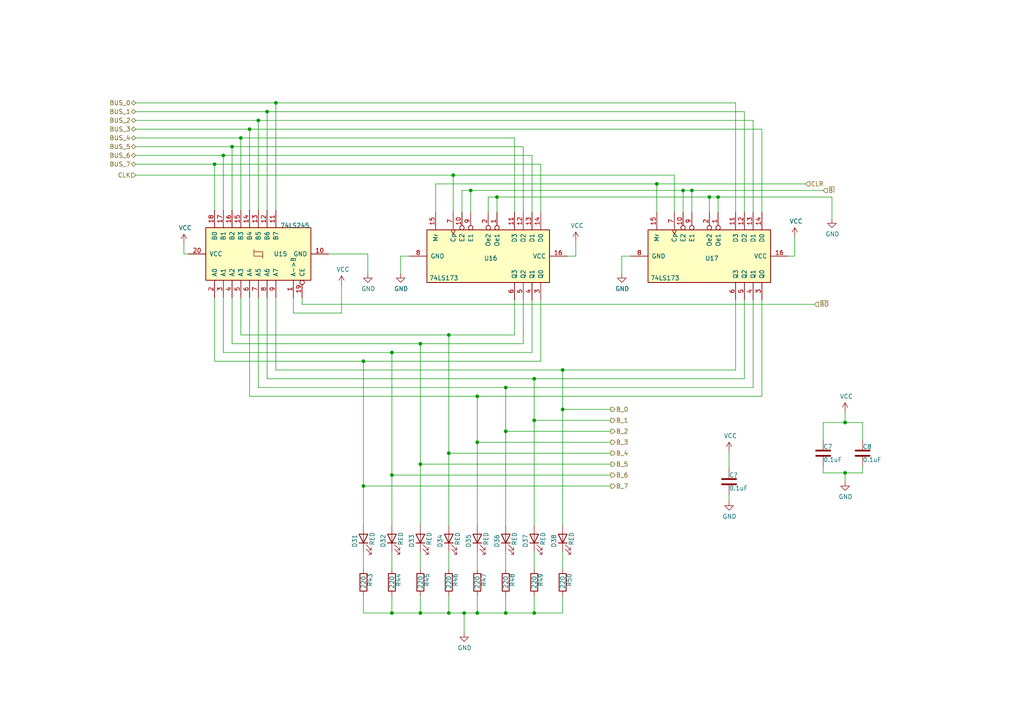
<source format=kicad_sch>
(kicad_sch (version 20230121) (generator eeschema)
  (paper "A4")
  (lib_symbols
    (symbol "74xx:74LS173" (pin_names (offset 1.016))
      (property "Reference" "U" (at -7.62 19.05 0))
      (property "Value" "74LS173" (at -7.62 -19.05 0))
      (symbol "74LS173_1_0"
        (pin input inverted (at -12.7 2.54 0) (length 5.08) (name "Oe1") (number "1"))
        (pin input inverted (at -12.7 -7.62 0) (length 5.08) (name "E2") (number "10"))
        (pin input line (at -12.7 7.62 0) (length 5.08) (name "D3") (number "11"))
        (pin input line (at -12.7 10.16 0) (length 5.08) (name "D2") (number "12"))
        (pin input line (at -12.7 12.7 0) (length 5.08) (name "D1") (number "13"))
        (pin input line (at -12.7 15.24 0) (length 5.08) (name "D0") (number "14"))
        (pin input line (at -12.7 -15.24 0) (length 5.08) (name "Mr") (number "15"))
        (pin power_in line (at 0 22.86 270) (length 5.08) (name "VCC") (number "16"))
        (pin input inverted (at -12.7 0 0) (length 5.08) (name "Oe2") (number "2"))
        (pin tri_state line (at 12.7 15.24 180) (length 5.08) (name "Q0") (number "3"))
        (pin tri_state line (at 12.7 12.7 180) (length 5.08) (name "Q1") (number "4"))
        (pin tri_state line (at 12.7 10.16 180) (length 5.08) (name "Q2") (number "5"))
        (pin tri_state line (at 12.7 7.62 180) (length 5.08) (name "Q3") (number "6"))
        (pin input clock (at -12.7 -10.16 0) (length 5.08) (name "Cp") (number "7"))
        (pin power_in line (at 0 -22.86 90) (length 5.08) (name "GND") (number "8"))
        (pin input inverted (at -12.7 -5.08 0) (length 5.08) (name "E1") (number "9"))
      )
      (symbol "74LS173_1_1"
        (rectangle (start -7.62 17.78) (end 7.62 -17.78) (stroke (width 0.254)) (fill (type background)))
      )
    )
    (symbol "74xx:74LS245" (pin_names (offset 1.016))
      (property "Reference" "U" (at -7.62 16.51 0))
      (property "Value" "74LS245" (at -7.62 -16.51 0))
      (symbol "74LS245_1_0"
        (polyline (pts (xy -0.635 -1.27) (xy -0.635 1.27) (xy 0.635 1.27)))
        (polyline (pts (xy -1.27 -1.27) (xy 0.635 -1.27) (xy 0.635 1.27) (xy 1.27 1.27)))
        (pin input line (at -12.7 -10.16 0) (length 5.08) (name "A->B") (number "1"))
        (pin power_in line (at 0 -20.32 90) (length 5.08) (name "GND") (number "10"))
        (pin tri_state line (at 12.7 -5.08 180) (length 5.08) (name "B7") (number "11"))
        (pin tri_state line (at 12.7 -2.54 180) (length 5.08) (name "B6") (number "12"))
        (pin tri_state line (at 12.7 0 180) (length 5.08) (name "B5") (number "13"))
        (pin tri_state line (at 12.7 2.54 180) (length 5.08) (name "B4") (number "14"))
        (pin tri_state line (at 12.7 5.08 180) (length 5.08) (name "B3") (number "15"))
        (pin tri_state line (at 12.7 7.62 180) (length 5.08) (name "B2") (number "16"))
        (pin tri_state line (at 12.7 10.16 180) (length 5.08) (name "B1") (number "17"))
        (pin tri_state line (at 12.7 12.7 180) (length 5.08) (name "B0") (number "18"))
        (pin input inverted (at -12.7 -12.7 0) (length 5.08) (name "CE") (number "19"))
        (pin tri_state line (at -12.7 12.7 0) (length 5.08) (name "A0") (number "2"))
        (pin power_in line (at 0 20.32 270) (length 5.08) (name "VCC") (number "20"))
        (pin tri_state line (at -12.7 10.16 0) (length 5.08) (name "A1") (number "3"))
        (pin tri_state line (at -12.7 7.62 0) (length 5.08) (name "A2") (number "4"))
        (pin tri_state line (at -12.7 5.08 0) (length 5.08) (name "A3") (number "5"))
        (pin tri_state line (at -12.7 2.54 0) (length 5.08) (name "A4") (number "6"))
        (pin tri_state line (at -12.7 0 0) (length 5.08) (name "A5") (number "7"))
        (pin tri_state line (at -12.7 -2.54 0) (length 5.08) (name "A6") (number "8"))
        (pin tri_state line (at -12.7 -5.08 0) (length 5.08) (name "A7") (number "9"))
      )
      (symbol "74LS245_1_1"
        (rectangle (start -7.62 15.24) (end 7.62 -15.24) (stroke (width 0.254)) (fill (type background)))
      )
    )
    (symbol "Device:C" (pin_numbers hide) (pin_names (offset 0.254))
      (property "Reference" "C" (at 0.635 2.54 0))
      (property "Value" "C" (at 0.635 -2.54 0))
      (symbol "C_0_1"
        (polyline (pts (xy -2.032 -0.762) (xy 2.032 -0.762)) (stroke (width 0.508)))
        (polyline (pts (xy -2.032 0.762) (xy 2.032 0.762)) (stroke (width 0.508)))
      )
      (symbol "C_1_1"
        (pin passive line (at 0 3.81 270) (length 2.794) (name "~") (number "1"))
        (pin passive line (at 0 -3.81 90) (length 2.794) (name "~") (number "2"))
      )
    )
    (symbol "Device:LED" (pin_numbers hide) (pin_names (offset 1.016) hide)
      (property "Reference" "D" (at 0 2.54 0))
      (property "Value" "LED" (at 0 -2.54 0))
      (symbol "LED_0_1"
        (polyline (pts (xy -1.27 -1.27) (xy -1.27 1.27)) (stroke (width 0.254)))
        (polyline (pts (xy -1.27 0) (xy 1.27 0)))
        (polyline (pts (xy 1.27 -1.27) (xy 1.27 1.27) (xy -1.27 0) (xy 1.27 -1.27)) (stroke (width 0.254)))
        (polyline (pts (xy -3.048 -0.762) (xy -4.572 -2.286) (xy -3.81 -2.286) (xy -4.572 -2.286) (xy -4.572 -1.524)))
        (polyline (pts (xy -1.778 -0.762) (xy -3.302 -2.286) (xy -2.54 -2.286) (xy -3.302 -2.286) (xy -3.302 -1.524)))
      )
      (symbol "LED_1_1"
        (pin passive line (at -3.81 0 0) (length 2.54) (name "K") (number "1"))
        (pin passive line (at 3.81 0 180) (length 2.54) (name "A") (number "2"))
      )
    )
    (symbol "Device:R" (pin_numbers hide) (pin_names (offset 0))
      (property "Reference" "R" (at 2.032 0 90))
      (property "Value" "R" (at 0 0 90))
      (symbol "R_0_1"
        (rectangle (start -1.016 -2.54) (end 1.016 2.54) (stroke (width 0.254)))
      )
      (symbol "R_1_1"
        (pin passive line (at 0 3.81 270) (length 1.27) (name "~") (number "1"))
        (pin passive line (at 0 -3.81 90) (length 1.27) (name "~") (number "2"))
      )
    )
    (symbol "power:GND" (power) (pin_names (offset 0))
      (property "Value" "GND" (at 0 -3.81 0))
      (symbol "GND_0_1"
        (polyline (pts (xy 0 0) (xy 0 -1.27) (xy 1.27 -1.27) (xy 0 -2.54) (xy -1.27 -1.27) (xy 0 -1.27)))
      )
      (symbol "GND_1_1"
        (pin power_in line (at 0 0 270) (length 0) hide (name "GND") (number "1"))
      )
    )
    (symbol "power:VCC" (power) (pin_names (offset 0))
      (property "Value" "VCC" (at 0 3.81 0))
      (symbol "VCC_0_1"
        (polyline (pts (xy -0.762 1.27) (xy 0 2.54)))
        (polyline (pts (xy 0 0) (xy 0 2.54)))
        (polyline (pts (xy 0 2.54) (xy 0.762 1.27)))
      )
      (symbol "VCC_1_1"
        (pin power_in line (at 0 0 90) (length 0) hide (name "VCC") (number "1"))
      )
    )
  )
  (junction (at 245.11 122.555))
  (junction (at 130.175 177.8))
  (junction (at 80.01 29.845))
  (junction (at 121.92 177.8))
  (junction (at 154.94 121.92))
  (junction (at 131.445 50.8))
  (junction (at 146.685 125.095))
  (junction (at 146.685 177.8))
  (junction (at 200.66 55.245))
  (junction (at 62.23 47.625))
  (junction (at 77.47 32.385))
  (junction (at 198.12 55.245))
  (junction (at 154.94 177.8))
  (junction (at 136.525 55.245))
  (junction (at 67.31 42.545))
  (junction (at 134.62 177.8))
  (junction (at 245.11 137.16))
  (junction (at 208.28 57.15))
  (junction (at 113.665 102.235))
  (junction (at 64.77 45.085))
  (junction (at 190.5 53.34))
  (junction (at 205.74 57.15))
  (junction (at 138.43 114.935))
  (junction (at 72.39 37.465))
  (junction (at 121.92 134.62))
  (junction (at 105.41 104.775))
  (junction (at 113.665 137.795))
  (junction (at 163.195 107.315))
  (junction (at 130.175 97.155))
  (junction (at 113.665 177.8))
  (junction (at 69.85 40.005))
  (junction (at 146.685 112.395))
  (junction (at 105.41 140.97))
  (junction (at 154.94 109.855))
  (junction (at 138.43 128.27))
  (junction (at 144.145 57.15))
  (junction (at 138.43 177.8))
  (junction (at 121.92 99.695))
  (junction (at 163.195 118.745))
  (junction (at 74.93 34.925))
  (junction (at 130.175 131.445))
  (wire (pts (xy 211.455 135.89) (xy 211.455 130.81)))
  (wire (pts (xy 138.43 160.02) (xy 138.43 165.1)))
  (wire (pts (xy 154.94 160.02) (xy 154.94 165.1)))
  (wire (pts (xy 105.41 140.97) (xy 177.165 140.97)))
  (wire (pts (xy 67.31 42.545) (xy 67.31 60.96)))
  (wire (pts (xy 77.47 86.36) (xy 77.47 109.855)))
  (wire (pts (xy 163.195 160.02) (xy 163.195 165.1)))
  (wire (pts (xy 80.01 107.315) (xy 163.195 107.315)))
  (wire (pts (xy 74.93 34.925) (xy 218.44 34.925)))
  (wire (pts (xy 77.47 32.385) (xy 215.9 32.385)))
  (wire (pts (xy 136.525 55.245) (xy 136.525 61.595)))
  (wire (pts (xy 121.92 99.695) (xy 151.765 99.695)))
  (wire (pts (xy 146.685 160.02) (xy 146.685 165.1)))
  (wire (pts (xy 245.11 139.7) (xy 245.11 137.16)))
  (wire (pts (xy 146.685 112.395) (xy 146.685 125.095)))
  (wire (pts (xy 126.365 61.595) (xy 126.365 53.34)))
  (wire (pts (xy 113.665 172.72) (xy 113.665 177.8)))
  (wire (pts (xy 208.28 57.15) (xy 208.28 61.595)))
  (wire (pts (xy 241.3 57.15) (xy 241.3 63.5)))
  (wire (pts (xy 87.63 86.36) (xy 87.63 88.265)))
  (wire (pts (xy 80.01 60.96) (xy 80.01 29.845)))
  (wire (pts (xy 126.365 53.34) (xy 190.5 53.34)))
  (wire (pts (xy 138.43 114.935) (xy 220.98 114.935)))
  (wire (pts (xy 69.85 86.36) (xy 69.85 97.155)))
  (wire (pts (xy 64.77 45.085) (xy 64.77 60.96)))
  (wire (pts (xy 195.58 50.8) (xy 195.58 61.595)))
  (wire (pts (xy 121.92 99.695) (xy 121.92 134.62)))
  (wire (pts (xy 87.63 88.265) (xy 236.22 88.265)))
  (wire (pts (xy 238.76 135.255) (xy 238.76 137.16)))
  (wire (pts (xy 200.66 55.245) (xy 200.66 61.595)))
  (wire (pts (xy 154.94 109.855) (xy 215.9 109.855)))
  (wire (pts (xy 105.41 177.8) (xy 113.665 177.8)))
  (wire (pts (xy 67.31 42.545) (xy 151.765 42.545)))
  (wire (pts (xy 138.43 172.72) (xy 138.43 177.8)))
  (wire (pts (xy 141.605 57.15) (xy 144.145 57.15)))
  (wire (pts (xy 62.23 47.625) (xy 156.845 47.625)))
  (wire (pts (xy 64.77 45.085) (xy 154.305 45.085)))
  (wire (pts (xy 133.985 61.595) (xy 133.985 55.245)))
  (wire (pts (xy 154.305 45.085) (xy 154.305 61.595)))
  (wire (pts (xy 149.225 40.005) (xy 149.225 61.595)))
  (wire (pts (xy 198.12 55.245) (xy 200.66 55.245)))
  (wire (pts (xy 130.175 131.445) (xy 130.175 152.4)))
  (wire (pts (xy 69.85 97.155) (xy 130.175 97.155)))
  (wire (pts (xy 118.745 74.295) (xy 116.205 74.295)))
  (wire (pts (xy 121.92 134.62) (xy 121.92 152.4)))
  (wire (pts (xy 238.76 127.635) (xy 238.76 122.555)))
  (wire (pts (xy 177.165 125.095) (xy 146.685 125.095)))
  (wire (pts (xy 146.685 172.72) (xy 146.685 177.8)))
  (wire (pts (xy 154.305 102.235) (xy 154.305 86.995)))
  (wire (pts (xy 77.47 32.385) (xy 39.37 32.385)))
  (wire (pts (xy 130.175 172.72) (xy 130.175 177.8)))
  (wire (pts (xy 121.92 134.62) (xy 177.165 134.62)))
  (wire (pts (xy 95.25 73.66) (xy 106.68 73.66)))
  (wire (pts (xy 163.195 118.745) (xy 163.195 152.4)))
  (wire (pts (xy 64.77 86.36) (xy 64.77 102.235)))
  (wire (pts (xy 213.36 29.845) (xy 213.36 61.595)))
  (wire (pts (xy 121.92 172.72) (xy 121.92 177.8)))
  (wire (pts (xy 163.195 177.8) (xy 163.195 172.72)))
  (wire (pts (xy 53.34 70.485) (xy 53.34 73.66)))
  (wire (pts (xy 163.195 107.315) (xy 213.36 107.315)))
  (wire (pts (xy 39.37 37.465) (xy 72.39 37.465)))
  (wire (pts (xy 208.28 57.15) (xy 241.3 57.15)))
  (wire (pts (xy 72.39 37.465) (xy 220.98 37.465)))
  (wire (pts (xy 105.41 160.02) (xy 105.41 165.1)))
  (wire (pts (xy 39.37 50.8) (xy 131.445 50.8)))
  (wire (pts (xy 39.37 47.625) (xy 62.23 47.625)))
  (wire (pts (xy 138.43 114.935) (xy 138.43 128.27)))
  (wire (pts (xy 198.12 55.245) (xy 198.12 61.595)))
  (wire (pts (xy 130.175 160.02) (xy 130.175 165.1)))
  (wire (pts (xy 215.9 32.385) (xy 215.9 61.595)))
  (wire (pts (xy 77.47 32.385) (xy 77.47 60.96)))
  (wire (pts (xy 69.85 40.005) (xy 69.85 60.96)))
  (wire (pts (xy 134.62 177.8) (xy 134.62 183.515)))
  (wire (pts (xy 131.445 50.8) (xy 195.58 50.8)))
  (wire (pts (xy 72.39 37.465) (xy 72.39 60.96)))
  (wire (pts (xy 138.43 177.8) (xy 146.685 177.8)))
  (wire (pts (xy 113.665 102.235) (xy 154.305 102.235)))
  (wire (pts (xy 151.765 42.545) (xy 151.765 61.595)))
  (wire (pts (xy 64.77 102.235) (xy 113.665 102.235)))
  (wire (pts (xy 146.685 112.395) (xy 218.44 112.395)))
  (wire (pts (xy 230.505 74.295) (xy 228.6 74.295)))
  (wire (pts (xy 67.31 99.695) (xy 121.92 99.695)))
  (wire (pts (xy 220.98 114.935) (xy 220.98 86.995)))
  (wire (pts (xy 154.94 121.92) (xy 177.165 121.92)))
  (wire (pts (xy 200.66 55.245) (xy 238.76 55.245)))
  (wire (pts (xy 80.01 86.36) (xy 80.01 107.315)))
  (wire (pts (xy 138.43 128.27) (xy 138.43 152.4)))
  (wire (pts (xy 39.37 29.845) (xy 80.01 29.845)))
  (wire (pts (xy 62.23 86.36) (xy 62.23 104.775)))
  (wire (pts (xy 156.845 104.775) (xy 156.845 86.995)))
  (wire (pts (xy 154.94 109.855) (xy 154.94 121.92)))
  (wire (pts (xy 154.94 172.72) (xy 154.94 177.8)))
  (wire (pts (xy 156.845 47.625) (xy 156.845 61.595)))
  (wire (pts (xy 105.41 172.72) (xy 105.41 177.8)))
  (wire (pts (xy 105.41 140.97) (xy 105.41 152.4)))
  (wire (pts (xy 230.505 68.58) (xy 230.505 74.295)))
  (wire (pts (xy 39.37 34.925) (xy 74.93 34.925)))
  (wire (pts (xy 62.23 47.625) (xy 62.23 60.96)))
  (wire (pts (xy 213.36 107.315) (xy 213.36 86.995)))
  (wire (pts (xy 218.44 112.395) (xy 218.44 86.995)))
  (wire (pts (xy 154.94 177.8) (xy 163.195 177.8)))
  (wire (pts (xy 144.145 57.15) (xy 144.145 61.595)))
  (wire (pts (xy 238.76 137.16) (xy 245.11 137.16)))
  (wire (pts (xy 151.765 99.695) (xy 151.765 86.995)))
  (wire (pts (xy 163.195 107.315) (xy 163.195 118.745)))
  (wire (pts (xy 113.665 137.795) (xy 113.665 152.4)))
  (wire (pts (xy 250.19 122.555) (xy 245.11 122.555)))
  (wire (pts (xy 121.92 177.8) (xy 130.175 177.8)))
  (wire (pts (xy 130.175 97.155) (xy 149.225 97.155)))
  (wire (pts (xy 130.175 177.8) (xy 134.62 177.8)))
  (wire (pts (xy 131.445 50.8) (xy 131.445 61.595)))
  (wire (pts (xy 190.5 53.34) (xy 190.5 61.595)))
  (wire (pts (xy 85.09 86.36) (xy 85.09 90.805)))
  (wire (pts (xy 182.88 74.295) (xy 180.34 74.295)))
  (wire (pts (xy 190.5 53.34) (xy 233.68 53.34)))
  (wire (pts (xy 116.205 74.295) (xy 116.205 79.375)))
  (wire (pts (xy 136.525 55.245) (xy 198.12 55.245)))
  (wire (pts (xy 113.665 160.02) (xy 113.665 165.1)))
  (wire (pts (xy 245.11 137.16) (xy 250.19 137.16)))
  (wire (pts (xy 215.9 109.855) (xy 215.9 86.995)))
  (wire (pts (xy 39.37 45.085) (xy 64.77 45.085)))
  (wire (pts (xy 205.74 57.15) (xy 208.28 57.15)))
  (wire (pts (xy 74.93 60.96) (xy 74.93 34.925)))
  (wire (pts (xy 146.685 177.8) (xy 154.94 177.8)))
  (wire (pts (xy 130.175 97.155) (xy 130.175 131.445)))
  (wire (pts (xy 167.005 69.85) (xy 167.005 74.295)))
  (wire (pts (xy 133.985 55.245) (xy 136.525 55.245)))
  (wire (pts (xy 113.665 177.8) (xy 121.92 177.8)))
  (wire (pts (xy 62.23 104.775) (xy 105.41 104.775)))
  (wire (pts (xy 167.005 74.295) (xy 164.465 74.295)))
  (wire (pts (xy 39.37 40.005) (xy 69.85 40.005)))
  (wire (pts (xy 105.41 104.775) (xy 156.845 104.775)))
  (wire (pts (xy 180.34 74.295) (xy 180.34 79.375)))
  (wire (pts (xy 74.93 86.36) (xy 74.93 112.395)))
  (wire (pts (xy 218.44 34.925) (xy 218.44 61.595)))
  (wire (pts (xy 250.19 127.635) (xy 250.19 122.555)))
  (wire (pts (xy 134.62 177.8) (xy 138.43 177.8)))
  (wire (pts (xy 220.98 37.465) (xy 220.98 61.595)))
  (wire (pts (xy 77.47 109.855) (xy 154.94 109.855)))
  (wire (pts (xy 106.68 73.66) (xy 106.68 79.375)))
  (wire (pts (xy 99.06 90.805) (xy 99.06 82.55)))
  (wire (pts (xy 85.09 90.805) (xy 99.06 90.805)))
  (wire (pts (xy 69.85 40.005) (xy 149.225 40.005)))
  (wire (pts (xy 72.39 86.36) (xy 72.39 114.935)))
  (wire (pts (xy 113.665 102.235) (xy 113.665 137.795)))
  (wire (pts (xy 177.165 118.745) (xy 163.195 118.745)))
  (wire (pts (xy 154.94 121.92) (xy 154.94 152.4)))
  (wire (pts (xy 113.665 137.795) (xy 177.165 137.795)))
  (wire (pts (xy 141.605 61.595) (xy 141.605 57.15)))
  (wire (pts (xy 105.41 104.775) (xy 105.41 140.97)))
  (wire (pts (xy 144.145 57.15) (xy 205.74 57.15)))
  (wire (pts (xy 121.92 160.02) (xy 121.92 165.1)))
  (wire (pts (xy 238.76 122.555) (xy 245.11 122.555)))
  (wire (pts (xy 74.93 112.395) (xy 146.685 112.395)))
  (wire (pts (xy 177.165 128.27) (xy 138.43 128.27)))
  (wire (pts (xy 205.74 57.15) (xy 205.74 61.595)))
  (wire (pts (xy 211.455 143.51) (xy 211.455 145.415)))
  (wire (pts (xy 72.39 114.935) (xy 138.43 114.935)))
  (wire (pts (xy 149.225 97.155) (xy 149.225 86.995)))
  (wire (pts (xy 67.31 86.36) (xy 67.31 99.695)))
  (wire (pts (xy 39.37 42.545) (xy 67.31 42.545)))
  (wire (pts (xy 53.34 73.66) (xy 54.61 73.66)))
  (wire (pts (xy 245.11 119.38) (xy 245.11 122.555)))
  (wire (pts (xy 250.19 137.16) (xy 250.19 135.255)))
  (wire (pts (xy 130.175 131.445) (xy 177.165 131.445)))
  (wire (pts (xy 80.01 29.845) (xy 213.36 29.845)))
  (wire (pts (xy 146.685 125.095) (xy 146.685 152.4)))
  (hierarchical_label "BUS_4" (shape bidirectional) (at 39.37 40.005 180))
  (hierarchical_label "BUS_6" (shape bidirectional) (at 39.37 45.085 180))
  (hierarchical_label "BUS_5" (shape bidirectional) (at 39.37 42.545 180))
  (hierarchical_label "CLK" (shape input) (at 39.37 50.8 180))
  (hierarchical_label "BUS_3" (shape bidirectional) (at 39.37 37.465 180))
  (hierarchical_label "B_5" (shape output) (at 177.165 134.62 0))
  (hierarchical_label "BUS_7" (shape bidirectional) (at 39.37 47.625 180))
  (hierarchical_label "B_3" (shape output) (at 177.165 128.27 0))
  (hierarchical_label "~{BI}" (shape input) (at 238.76 55.245 0))
  (hierarchical_label "BUS_2" (shape bidirectional) (at 39.37 34.925 180))
  (hierarchical_label "CLR" (shape input) (at 233.68 53.34 0))
  (hierarchical_label "B_4" (shape output) (at 177.165 131.445 0))
  (hierarchical_label "BUS_1" (shape bidirectional) (at 39.37 32.385 180))
  (hierarchical_label "B_2" (shape output) (at 177.165 125.095 0))
  (hierarchical_label "B_6" (shape output) (at 177.165 137.795 0))
  (hierarchical_label "B_0" (shape output) (at 177.165 118.745 0))
  (hierarchical_label "BUS_0" (shape bidirectional) (at 39.37 29.845 180))
  (hierarchical_label "B_1" (shape output) (at 177.165 121.92 0))
  (hierarchical_label "B_7" (shape output) (at 177.165 140.97 0))
  (hierarchical_label "~{BO}" (shape input) (at 236.22 88.265 0))
  (symbol (lib_id "Device:C") (at 211.455 139.7 0) (unit 1)
    (property "Reference" "C?" (at 211.455 137.795 0) (effects (justify left)))
    (property "Value" "0.1uF" (at 211.455 141.605 0) (effects (justify left)))
    (property "Footprint" "Capacitor_THT:C_Disc_D4.3mm_W1.9mm_P5.00mm" (effects hide))
    (instances (project "8 Bit Computer" (path "" (reference "C?") (unit 1)) (path "" (reference "C?") (unit 1)) (path "" (reference "C34") (unit 1))))
  )
  (symbol (lib_id "power:VCC") (at 211.455 130.81 0) (unit 1)
    (property "Reference" "#PWR?" (effects hide))
    (property "Value" "VCC" (at 211.836 126.4158 0))
    (instances (project "8 Bit Computer" (path "" (reference "#PWR?") (unit 1)) (path "" (reference "#PWR?") (unit 1)) (path "" (reference "#PWR0289") (unit 1))))
  )
  (symbol (lib_id "power:GND") (at 211.455 145.415 0) (unit 1)
    (property "Reference" "#PWR?" (effects hide))
    (property "Value" "GND" (at 211.582 149.8092 0))
    (instances (project "8 Bit Computer" (path "" (reference "#PWR?") (unit 1)) (path "" (reference "#PWR?") (unit 1)) (path "" (reference "#PWR0290") (unit 1))))
  )
  (symbol (lib_id "74xx:74LS245") (at 74.93 73.66 90) (unit 1)
    (property "Reference" "U15" (at 79.375 73.66 90) (effects (justify right)))
    (property "Value" "74LS245" (at 81.28 65.405 90) (effects (justify right)))
    (property "Footprint" "Package_DIP:DIP-20_W7.62mm_Socket_LongPads" (effects hide))
    (property "Datasheet" "http://www.ti.com/lit/gpn/sn74LS245" (effects hide))
    (instances (project "8 Bit Computer" (path "" (reference "U15") (unit 1)) (path "" (reference "U?") (unit 1))))
  )
  (symbol (lib_id "74xx:74LS173") (at 141.605 74.295 270) (unit 1)
    (property "Reference" "U16" (at 140.335 74.93 90) (effects (justify left)))
    (property "Value" "74LS173" (at 124.46 80.645 90) (effects (justify left)))
    (property "Footprint" "Package_DIP:DIP-16_W7.62mm_Socket_LongPads" (effects hide))
    (property "Datasheet" "http://www.ti.com/lit/gpn/sn74LS173" (effects hide))
    (instances (project "8 Bit Computer" (path "" (reference "U16") (unit 1)) (path "" (reference "U?") (unit 1))))
  )
  (symbol (lib_id "74xx:74LS173") (at 205.74 74.295 270) (unit 1)
    (property "Reference" "U17" (at 204.47 74.93 90) (effects (justify left)))
    (property "Value" "74LS173" (at 188.595 80.645 90) (effects (justify left)))
    (property "Footprint" "Package_DIP:DIP-16_W7.62mm_Socket_LongPads" (effects hide))
    (property "Datasheet" "http://www.ti.com/lit/gpn/sn74LS173" (effects hide))
    (instances (project "8 Bit Computer" (path "" (reference "U17") (unit 1)) (path "" (reference "U?") (unit 1))))
  )
  (symbol (lib_id "power:GND") (at 241.3 63.5 0) (unit 1)
    (property "Reference" "#PWR0148" (effects hide))
    (property "Value" "GND" (at 241.427 67.8942 0))
    (instances (project "8 Bit Computer" (path "" (reference "#PWR0148") (unit 1)) (path "" (reference "#PWR?") (unit 1))))
  )
  (symbol (lib_id "power:VCC") (at 99.06 82.55 0) (unit 1)
    (property "Reference" "#PWR0149" (effects hide))
    (property "Value" "VCC" (at 99.441 78.1558 0))
    (instances (project "8 Bit Computer" (path "" (reference "#PWR0149") (unit 1)) (path "" (reference "#PWR?") (unit 1))))
  )
  (symbol (lib_id "Device:LED") (at 121.92 156.21 90) (unit 1)
    (property "Reference" "D33" (at 119.38 154.94 0) (effects (justify right)))
    (property "Value" "RED" (at 124.46 154.305 0) (effects (justify right)))
    (property "Footprint" "LED_THT:LED_D5.0mm" (effects hide))
    (instances (project "8 Bit Computer" (path "" (reference "D33") (unit 1)) (path "" (reference "D?") (unit 1))))
  )
  (symbol (lib_id "Device:LED") (at 138.43 156.21 90) (unit 1)
    (property "Reference" "D35" (at 135.89 154.94 0) (effects (justify right)))
    (property "Value" "RED" (at 140.97 154.305 0) (effects (justify right)))
    (property "Footprint" "LED_THT:LED_D5.0mm" (effects hide))
    (instances (project "8 Bit Computer" (path "" (reference "D35") (unit 1)) (path "" (reference "D?") (unit 1))))
  )
  (symbol (lib_id "Device:LED") (at 146.685 156.21 90) (unit 1)
    (property "Reference" "D36" (at 144.145 154.94 0) (effects (justify right)))
    (property "Value" "RED" (at 149.225 154.305 0) (effects (justify right)))
    (property "Footprint" "LED_THT:LED_D5.0mm" (effects hide))
    (instances (project "8 Bit Computer" (path "" (reference "D36") (unit 1)) (path "" (reference "D?") (unit 1))))
  )
  (symbol (lib_id "Device:LED") (at 154.94 156.21 90) (unit 1)
    (property "Reference" "D37" (at 152.4 154.94 0) (effects (justify right)))
    (property "Value" "RED" (at 157.48 154.305 0) (effects (justify right)))
    (property "Footprint" "LED_THT:LED_D5.0mm" (effects hide))
    (instances (project "8 Bit Computer" (path "" (reference "D37") (unit 1)) (path "" (reference "D?") (unit 1))))
  )
  (symbol (lib_id "Device:LED") (at 163.195 156.21 90) (unit 1)
    (property "Reference" "D38" (at 160.655 154.94 0) (effects (justify right)))
    (property "Value" "RED" (at 165.735 154.305 0) (effects (justify right)))
    (property "Footprint" "LED_THT:LED_D5.0mm" (effects hide))
    (instances (project "8 Bit Computer" (path "" (reference "D38") (unit 1)) (path "" (reference "D?") (unit 1))))
  )
  (symbol (lib_id "Device:LED") (at 113.665 156.21 90) (unit 1)
    (property "Reference" "D32" (at 111.125 154.94 0) (effects (justify right)))
    (property "Value" "RED" (at 116.205 154.305 0) (effects (justify right)))
    (property "Footprint" "LED_THT:LED_D5.0mm" (effects hide))
    (instances (project "8 Bit Computer" (path "" (reference "D32") (unit 1)) (path "" (reference "D?") (unit 1))))
  )
  (symbol (lib_id "Device:LED") (at 105.41 156.21 90) (unit 1)
    (property "Reference" "D31" (at 102.87 154.94 0) (effects (justify right)))
    (property "Value" "RED" (at 107.95 154.305 0) (effects (justify right)))
    (property "Footprint" "LED_THT:LED_D5.0mm" (effects hide))
    (instances (project "8 Bit Computer" (path "" (reference "D31") (unit 1)) (path "" (reference "D?") (unit 1))))
  )
  (symbol (lib_id "Device:LED") (at 130.175 156.21 90) (unit 1)
    (property "Reference" "D34" (at 127.635 154.94 0) (effects (justify right)))
    (property "Value" "RED" (at 132.715 154.305 0) (effects (justify right)))
    (property "Footprint" "LED_THT:LED_D5.0mm" (effects hide))
    (instances (project "8 Bit Computer" (path "" (reference "D34") (unit 1)) (path "" (reference "D?") (unit 1))))
  )
  (symbol (lib_id "Device:R") (at 105.41 168.91 0) (unit 1)
    (property "Reference" "R43" (at 107.315 170.18 90) (effects (justify left)))
    (property "Value" "220" (at 105.41 170.815 90) (effects (justify left)))
    (property "Footprint" "Resistor_THT:R_Axial_DIN0207_L6.3mm_D2.5mm_P7.62mm_Horizontal" (effects hide))
    (instances (project "8 Bit Computer" (path "" (reference "R43") (unit 1)) (path "" (reference "R?") (unit 1))))
  )
  (symbol (lib_id "Device:R") (at 113.665 168.91 0) (unit 1)
    (property "Reference" "R44" (at 115.57 170.18 90) (effects (justify left)))
    (property "Value" "220" (at 113.665 170.815 90) (effects (justify left)))
    (property "Footprint" "Resistor_THT:R_Axial_DIN0207_L6.3mm_D2.5mm_P7.62mm_Horizontal" (effects hide))
    (instances (project "8 Bit Computer" (path "" (reference "R44") (unit 1)) (path "" (reference "R?") (unit 1))))
  )
  (symbol (lib_id "Device:R") (at 121.92 168.91 0) (unit 1)
    (property "Reference" "R45" (at 123.825 170.18 90) (effects (justify left)))
    (property "Value" "220" (at 121.92 170.815 90) (effects (justify left)))
    (property "Footprint" "Resistor_THT:R_Axial_DIN0207_L6.3mm_D2.5mm_P7.62mm_Horizontal" (effects hide))
    (instances (project "8 Bit Computer" (path "" (reference "R45") (unit 1)) (path "" (reference "R?") (unit 1))))
  )
  (symbol (lib_id "Device:R") (at 130.175 168.91 0) (unit 1)
    (property "Reference" "R46" (at 132.08 170.18 90) (effects (justify left)))
    (property "Value" "220" (at 130.175 170.815 90) (effects (justify left)))
    (property "Footprint" "Resistor_THT:R_Axial_DIN0207_L6.3mm_D2.5mm_P7.62mm_Horizontal" (effects hide))
    (instances (project "8 Bit Computer" (path "" (reference "R46") (unit 1)) (path "" (reference "R?") (unit 1))))
  )
  (symbol (lib_id "Device:R") (at 138.43 168.91 0) (unit 1)
    (property "Reference" "R47" (at 140.335 170.18 90) (effects (justify left)))
    (property "Value" "220" (at 138.43 170.815 90) (effects (justify left)))
    (property "Footprint" "Resistor_THT:R_Axial_DIN0207_L6.3mm_D2.5mm_P7.62mm_Horizontal" (effects hide))
    (instances (project "8 Bit Computer" (path "" (reference "R47") (unit 1)) (path "" (reference "R?") (unit 1))))
  )
  (symbol (lib_id "Device:R") (at 146.685 168.91 0) (unit 1)
    (property "Reference" "R48" (at 148.59 170.18 90) (effects (justify left)))
    (property "Value" "220" (at 146.685 170.815 90) (effects (justify left)))
    (property "Footprint" "Resistor_THT:R_Axial_DIN0207_L6.3mm_D2.5mm_P7.62mm_Horizontal" (effects hide))
    (instances (project "8 Bit Computer" (path "" (reference "R48") (unit 1)) (path "" (reference "R?") (unit 1))))
  )
  (symbol (lib_id "Device:R") (at 154.94 168.91 0) (unit 1)
    (property "Reference" "R49" (at 156.845 170.18 90) (effects (justify left)))
    (property "Value" "220" (at 154.94 170.815 90) (effects (justify left)))
    (property "Footprint" "Resistor_THT:R_Axial_DIN0207_L6.3mm_D2.5mm_P7.62mm_Horizontal" (effects hide))
    (instances (project "8 Bit Computer" (path "" (reference "R49") (unit 1)) (path "" (reference "R?") (unit 1))))
  )
  (symbol (lib_id "Device:R") (at 163.195 168.91 0) (unit 1)
    (property "Reference" "R50" (at 165.1 170.18 90) (effects (justify left)))
    (property "Value" "220" (at 163.195 170.815 90) (effects (justify left)))
    (property "Footprint" "Resistor_THT:R_Axial_DIN0207_L6.3mm_D2.5mm_P7.62mm_Horizontal" (effects hide))
    (instances (project "8 Bit Computer" (path "" (reference "R50") (unit 1)) (path "" (reference "R?") (unit 1))))
  )
  (symbol (lib_id "power:GND") (at 134.62 183.515 0) (unit 1)
    (property "Reference" "#PWR0150" (effects hide))
    (property "Value" "GND" (at 134.747 187.9092 0))
    (instances (project "8 Bit Computer" (path "" (reference "#PWR0150") (unit 1)) (path "" (reference "#PWR?") (unit 1))))
  )
  (symbol (lib_id "power:VCC") (at 53.34 70.485 0) (unit 1)
    (property "Reference" "#PWR0151" (effects hide))
    (property "Value" "VCC" (at 53.721 66.0908 0))
    (instances (project "8 Bit Computer" (path "" (reference "#PWR0151") (unit 1)) (path "" (reference "#PWR?") (unit 1))))
  )
  (symbol (lib_id "power:VCC") (at 167.005 69.85 0) (unit 1)
    (property "Reference" "#PWR0152" (effects hide))
    (property "Value" "VCC" (at 167.386 65.4558 0))
    (instances (project "8 Bit Computer" (path "" (reference "#PWR0152") (unit 1)) (path "" (reference "#PWR?") (unit 1))))
  )
  (symbol (lib_id "power:VCC") (at 230.505 68.58 0) (unit 1)
    (property "Reference" "#PWR0153" (effects hide))
    (property "Value" "VCC" (at 230.886 64.1858 0))
    (instances (project "8 Bit Computer" (path "" (reference "#PWR0153") (unit 1)) (path "" (reference "#PWR?") (unit 1))))
  )
  (symbol (lib_id "power:GND") (at 116.205 79.375 0) (unit 1)
    (property "Reference" "#PWR0154" (effects hide))
    (property "Value" "GND" (at 116.332 83.7692 0))
    (instances (project "8 Bit Computer" (path "" (reference "#PWR0154") (unit 1)) (path "" (reference "#PWR?") (unit 1))))
  )
  (symbol (lib_id "power:GND") (at 106.68 79.375 0) (unit 1)
    (property "Reference" "#PWR0155" (effects hide))
    (property "Value" "GND" (at 106.807 83.7692 0))
    (instances (project "8 Bit Computer" (path "" (reference "#PWR0155") (unit 1)) (path "" (reference "#PWR?") (unit 1))))
  )
  (symbol (lib_id "power:GND") (at 180.34 79.375 0) (unit 1)
    (property "Reference" "#PWR0156" (effects hide))
    (property "Value" "GND" (at 180.467 83.7692 0))
    (instances (project "8 Bit Computer" (path "" (reference "#PWR0156") (unit 1)) (path "" (reference "#PWR?") (unit 1))))
  )
  (symbol (lib_id "power:VCC") (at 245.11 119.38 0) (unit 1)
    (property "Reference" "#PWR0157" (effects hide))
    (property "Value" "VCC" (at 245.491 114.9858 0))
    (instances (project "8 Bit Computer" (path "" (reference "#PWR0157") (unit 1)) (path "" (reference "#PWR?") (unit 1))))
  )
  (symbol (lib_id "Device:C") (at 250.19 131.445 0) (unit 1)
    (property "Reference" "C8" (at 250.19 129.54 0) (effects (justify left)))
    (property "Value" "0.1uF" (at 250.19 133.35 0) (effects (justify left)))
    (property "Footprint" "Capacitor_THT:C_Disc_D4.3mm_W1.9mm_P5.00mm" (effects hide))
    (instances (project "8 Bit Computer" (path "" (reference "C8") (unit 1)) (path "" (reference "C?") (unit 1))))
  )
  (symbol (lib_id "Device:C") (at 238.76 131.445 0) (unit 1)
    (property "Reference" "C7" (at 238.76 129.54 0) (effects (justify left)))
    (property "Value" "0.1uF" (at 238.76 133.35 0) (effects (justify left)))
    (property "Footprint" "Capacitor_THT:C_Disc_D4.3mm_W1.9mm_P5.00mm" (effects hide))
    (instances (project "8 Bit Computer" (path "" (reference "C7") (unit 1)) (path "" (reference "C?") (unit 1))))
  )
  (symbol (lib_id "power:GND") (at 245.11 139.7 0) (unit 1)
    (property "Reference" "#PWR0158" (effects hide))
    (property "Value" "GND" (at 245.237 144.0942 0))
    (instances (project "8 Bit Computer" (path "" (reference "#PWR0158") (unit 1)) (path "" (reference "#PWR?") (unit 1))))
  )
)
</source>
